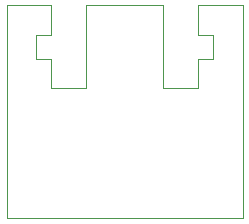
<source format=gbr>
%TF.GenerationSoftware,KiCad,Pcbnew,(6.0.6)*%
%TF.CreationDate,2022-08-15T19:59:22-05:00*%
%TF.ProjectId,Nunchuck_adapter,4e756e63-6875-4636-9b5f-616461707465,rev?*%
%TF.SameCoordinates,Original*%
%TF.FileFunction,Profile,NP*%
%FSLAX46Y46*%
G04 Gerber Fmt 4.6, Leading zero omitted, Abs format (unit mm)*
G04 Created by KiCad (PCBNEW (6.0.6)) date 2022-08-15 19:59:22*
%MOMM*%
%LPD*%
G01*
G04 APERTURE LIST*
%TA.AperFunction,Profile*%
%ADD10C,0.100000*%
%TD*%
G04 APERTURE END LIST*
D10*
X-3250000Y6250000D02*
X-3250000Y13250000D01*
X-6250000Y6250000D02*
X-3250000Y6250000D01*
X-6250000Y8750000D02*
X-6250000Y6250000D01*
X-7500000Y8750000D02*
X-6250000Y8750000D01*
X-7500000Y10750000D02*
X-7500000Y8750000D01*
X-6250000Y10750000D02*
X-7500000Y10750000D01*
X-6250000Y13250000D02*
X-6250000Y10750000D01*
X-10000000Y13250000D02*
X-6250000Y13250000D01*
X-10000000Y-4750000D02*
X-10000000Y13250000D01*
X10000000Y-4750000D02*
X-10000000Y-4750000D01*
X10000000Y13250000D02*
X10000000Y-4750000D01*
X6250000Y13250000D02*
X10000000Y13250000D01*
X6250000Y10750000D02*
X6250000Y13250000D01*
X7500000Y10750000D02*
X6250000Y10750000D01*
X7500000Y8750000D02*
X7500000Y10750000D01*
X6250000Y8750000D02*
X7500000Y8750000D01*
X6250000Y6250000D02*
X6250000Y8750000D01*
X3250000Y6250000D02*
X6250000Y6250000D01*
X3250000Y13250000D02*
X3250000Y6250000D01*
X-3250000Y13250000D02*
X3250000Y13250000D01*
M02*

</source>
